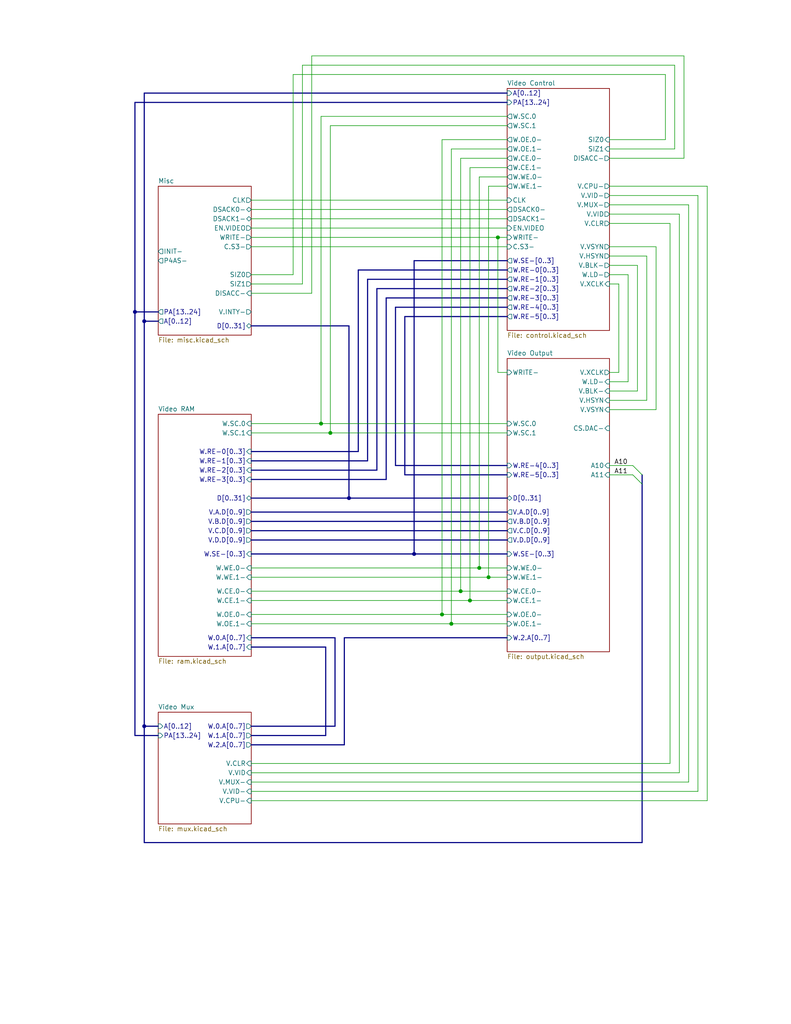
<source format=kicad_sch>
(kicad_sch
	(version 20250114)
	(generator "eeschema")
	(generator_version "9.0")
	(uuid "7c2b6a13-c303-4adb-8eed-6e6a9ac5307e")
	(paper "USLetter" portrait)
	(lib_symbols)
	(junction
		(at 128.27 163.83)
		(diameter 0)
		(color 0 0 0 0)
		(uuid "1db20e85-8e35-4c9f-94d0-8524dc8e3a10")
	)
	(junction
		(at 36.83 85.09)
		(diameter 0)
		(color 0 0 0 0)
		(uuid "35db468b-5359-4e02-ac9f-fbc74f5bd1f8")
	)
	(junction
		(at 39.37 87.63)
		(diameter 0)
		(color 0 0 0 0)
		(uuid "3b03a3e9-d487-4c75-91d9-604974b91a09")
	)
	(junction
		(at 123.19 170.18)
		(diameter 0)
		(color 0 0 0 0)
		(uuid "43d3fa30-e12f-41e7-85e7-26bed595b9f0")
	)
	(junction
		(at 125.73 161.29)
		(diameter 0)
		(color 0 0 0 0)
		(uuid "4a737a43-00d3-4c11-af42-02be8bee45a9")
	)
	(junction
		(at 39.37 198.12)
		(diameter 0)
		(color 0 0 0 0)
		(uuid "649e171c-299e-4944-b729-679636a041f8")
	)
	(junction
		(at 120.65 167.64)
		(diameter 0)
		(color 0 0 0 0)
		(uuid "73a0cd03-1c74-402d-85f0-ea89dfd76bde")
	)
	(junction
		(at 133.35 157.48)
		(diameter 0)
		(color 0 0 0 0)
		(uuid "777266da-00b3-4db2-9163-e89e13d0fe9d")
	)
	(junction
		(at 130.81 154.94)
		(diameter 0)
		(color 0 0 0 0)
		(uuid "9738eeac-8567-4e3e-b74e-610c25019dd3")
	)
	(junction
		(at 87.63 115.57)
		(diameter 0)
		(color 0 0 0 0)
		(uuid "c6eb3523-f8a4-48fe-9e69-61e7c48c2511")
	)
	(junction
		(at 90.17 118.11)
		(diameter 0)
		(color 0 0 0 0)
		(uuid "d50235d9-72d0-405d-8235-4c6b0eabacfa")
	)
	(junction
		(at 135.89 64.77)
		(diameter 0)
		(color 0 0 0 0)
		(uuid "d6620836-8cb7-442e-9be3-34bcb51f66e6")
	)
	(junction
		(at 95.25 135.89)
		(diameter 0)
		(color 0 0 0 0)
		(uuid "e605bff5-c0ba-49de-9958-11be80c88b7e")
	)
	(junction
		(at 113.03 151.13)
		(diameter 0)
		(color 0 0 0 0)
		(uuid "fa2d9265-6c0b-4fb1-b3f8-defe440b05e1")
	)
	(bus_entry
		(at 172.72 127)
		(size 2.54 2.54)
		(stroke
			(width 0)
			(type default)
		)
		(uuid "6900dfb4-ab1b-4c89-874c-dc6bb889948f")
	)
	(bus_entry
		(at 172.72 129.54)
		(size 2.54 2.54)
		(stroke
			(width 0)
			(type default)
		)
		(uuid "8cbebd82-7a54-4c10-bc95-c4f22f8a6273")
	)
	(wire
		(pts
			(xy 90.17 34.29) (xy 90.17 118.11)
		)
		(stroke
			(width 0)
			(type default)
		)
		(uuid "0410fc9a-db80-4c86-b6a5-9e46a81e5c4d")
	)
	(wire
		(pts
			(xy 166.37 104.14) (xy 171.45 104.14)
		)
		(stroke
			(width 0)
			(type default)
		)
		(uuid "0651ceba-8c6a-4918-8914-6d4f058c377f")
	)
	(wire
		(pts
			(xy 184.15 17.78) (xy 184.15 40.64)
		)
		(stroke
			(width 0)
			(type default)
		)
		(uuid "06e13484-6074-4e24-99f0-ac143ef73c07")
	)
	(wire
		(pts
			(xy 128.27 45.72) (xy 128.27 163.83)
		)
		(stroke
			(width 0)
			(type default)
		)
		(uuid "09ef57ec-43de-4310-b4eb-b78e873dffbd")
	)
	(wire
		(pts
			(xy 166.37 74.93) (xy 171.45 74.93)
		)
		(stroke
			(width 0)
			(type default)
		)
		(uuid "0cf74353-7814-4401-a996-88ae63a1ea65")
	)
	(wire
		(pts
			(xy 176.53 109.22) (xy 166.37 109.22)
		)
		(stroke
			(width 0)
			(type default)
		)
		(uuid "0eea9d21-0585-4960-84e1-823f74d112c1")
	)
	(wire
		(pts
			(xy 166.37 101.6) (xy 168.91 101.6)
		)
		(stroke
			(width 0)
			(type default)
		)
		(uuid "0fc3edef-aee6-48fb-8bf6-a900978377a6")
	)
	(wire
		(pts
			(xy 187.96 213.36) (xy 68.58 213.36)
		)
		(stroke
			(width 0)
			(type default)
		)
		(uuid "10b7489b-1d0d-40e2-bf2d-78ef3fa3f9c1")
	)
	(bus
		(pts
			(xy 39.37 87.63) (xy 39.37 198.12)
		)
		(stroke
			(width 0)
			(type default)
		)
		(uuid "17f103e8-79dd-437a-88d1-7a0a36ff9db6")
	)
	(wire
		(pts
			(xy 125.73 43.18) (xy 125.73 161.29)
		)
		(stroke
			(width 0)
			(type default)
		)
		(uuid "1cfa6d55-b1b8-471a-9e3b-a35babe41b50")
	)
	(bus
		(pts
			(xy 138.43 76.2) (xy 100.33 76.2)
		)
		(stroke
			(width 0)
			(type default)
		)
		(uuid "1e5623b9-0ca1-482a-8635-8d3f13f61bd9")
	)
	(bus
		(pts
			(xy 39.37 25.4) (xy 39.37 87.63)
		)
		(stroke
			(width 0)
			(type default)
		)
		(uuid "1f1add34-ebd5-4139-bc96-d233c316a8d5")
	)
	(wire
		(pts
			(xy 193.04 50.8) (xy 193.04 218.44)
		)
		(stroke
			(width 0)
			(type default)
		)
		(uuid "1fedf3bd-429d-4363-a609-fc2945b86b12")
	)
	(bus
		(pts
			(xy 93.98 173.99) (xy 138.43 173.99)
		)
		(stroke
			(width 0)
			(type default)
		)
		(uuid "20c92ce2-942e-4e48-af84-f99bc517fd01")
	)
	(wire
		(pts
			(xy 123.19 170.18) (xy 138.43 170.18)
		)
		(stroke
			(width 0)
			(type default)
		)
		(uuid "2228c66a-778a-4e16-b965-3a32dc012a0f")
	)
	(wire
		(pts
			(xy 181.61 20.32) (xy 181.61 38.1)
		)
		(stroke
			(width 0)
			(type default)
		)
		(uuid "25f41c17-17d2-4b1d-b892-6c0a152675a2")
	)
	(wire
		(pts
			(xy 128.27 163.83) (xy 138.43 163.83)
		)
		(stroke
			(width 0)
			(type default)
		)
		(uuid "263ec22b-26c8-4eaf-b6f9-a2cb5b3e3bb1")
	)
	(bus
		(pts
			(xy 88.9 200.66) (xy 88.9 176.53)
		)
		(stroke
			(width 0)
			(type default)
		)
		(uuid "26dfd87b-a532-4292-b175-32e36c402cba")
	)
	(bus
		(pts
			(xy 39.37 198.12) (xy 43.18 198.12)
		)
		(stroke
			(width 0)
			(type default)
		)
		(uuid "274e143b-c4f4-4b98-8cc3-bc4ff5e8644f")
	)
	(wire
		(pts
			(xy 166.37 43.18) (xy 186.69 43.18)
		)
		(stroke
			(width 0)
			(type default)
		)
		(uuid "2b0a91a6-7e7e-44a2-b224-6b9a294cd0ad")
	)
	(bus
		(pts
			(xy 68.58 135.89) (xy 95.25 135.89)
		)
		(stroke
			(width 0)
			(type default)
		)
		(uuid "2b8eac3b-bd47-476d-b768-f89ce284656c")
	)
	(wire
		(pts
			(xy 168.91 77.47) (xy 168.91 101.6)
		)
		(stroke
			(width 0)
			(type default)
		)
		(uuid "2b931adb-f431-4cee-a475-571c98fd88f5")
	)
	(wire
		(pts
			(xy 68.58 163.83) (xy 128.27 163.83)
		)
		(stroke
			(width 0)
			(type default)
		)
		(uuid "2bcd4f3e-9c89-40ac-8ed5-d883a47c1257")
	)
	(bus
		(pts
			(xy 107.95 83.82) (xy 107.95 127)
		)
		(stroke
			(width 0)
			(type default)
		)
		(uuid "2cc1d1b1-0bf9-4a58-8dac-3ba50ec1598c")
	)
	(bus
		(pts
			(xy 68.58 88.9) (xy 95.25 88.9)
		)
		(stroke
			(width 0)
			(type default)
		)
		(uuid "2dc90d4e-6837-497c-8a22-2982cdf7ecf2")
	)
	(wire
		(pts
			(xy 133.35 157.48) (xy 138.43 157.48)
		)
		(stroke
			(width 0)
			(type default)
		)
		(uuid "330720f0-6bc1-48e4-aebc-7045ef67fec9")
	)
	(wire
		(pts
			(xy 166.37 40.64) (xy 184.15 40.64)
		)
		(stroke
			(width 0)
			(type default)
		)
		(uuid "3366e6c6-e64d-42f9-9b3f-7275c95d37b7")
	)
	(bus
		(pts
			(xy 110.49 129.54) (xy 138.43 129.54)
		)
		(stroke
			(width 0)
			(type default)
		)
		(uuid "3877bc72-4883-4db3-ac3a-443a383a727c")
	)
	(wire
		(pts
			(xy 176.53 69.85) (xy 176.53 109.22)
		)
		(stroke
			(width 0)
			(type default)
		)
		(uuid "39770537-94cf-41db-a468-9c8d91864702")
	)
	(wire
		(pts
			(xy 87.63 31.75) (xy 87.63 115.57)
		)
		(stroke
			(width 0)
			(type default)
		)
		(uuid "3a8044fc-adb5-4760-9f30-ada0cd043922")
	)
	(wire
		(pts
			(xy 166.37 72.39) (xy 173.99 72.39)
		)
		(stroke
			(width 0)
			(type default)
		)
		(uuid "3e5b56c7-4520-49f5-9ec8-9e528737fd9b")
	)
	(bus
		(pts
			(xy 88.9 176.53) (xy 68.58 176.53)
		)
		(stroke
			(width 0)
			(type default)
		)
		(uuid "3f16f673-99b3-46c5-ab59-41a938678d37")
	)
	(bus
		(pts
			(xy 36.83 85.09) (xy 43.18 85.09)
		)
		(stroke
			(width 0)
			(type default)
		)
		(uuid "41810367-1bc5-41a2-b521-13ef4515fe82")
	)
	(wire
		(pts
			(xy 80.01 74.93) (xy 80.01 20.32)
		)
		(stroke
			(width 0)
			(type default)
		)
		(uuid "452d0fcd-1ca0-490f-8151-36a47f9020d0")
	)
	(bus
		(pts
			(xy 138.43 81.28) (xy 105.41 81.28)
		)
		(stroke
			(width 0)
			(type default)
		)
		(uuid "4600f1c8-764c-4175-9b55-fcba9b1c7a8f")
	)
	(bus
		(pts
			(xy 36.83 27.94) (xy 36.83 85.09)
		)
		(stroke
			(width 0)
			(type default)
		)
		(uuid "463b3993-1686-4e5f-b679-1b650f213a3d")
	)
	(bus
		(pts
			(xy 95.25 88.9) (xy 95.25 135.89)
		)
		(stroke
			(width 0)
			(type default)
		)
		(uuid "49fa6693-46e8-4057-9cca-a6472310b47d")
	)
	(bus
		(pts
			(xy 105.41 130.81) (xy 68.58 130.81)
		)
		(stroke
			(width 0)
			(type default)
		)
		(uuid "4a3f557a-d505-4fae-ac2b-a380b2954e45")
	)
	(bus
		(pts
			(xy 113.03 71.12) (xy 113.03 151.13)
		)
		(stroke
			(width 0)
			(type default)
		)
		(uuid "4be784a9-8d5d-403d-b976-d374a988cd99")
	)
	(wire
		(pts
			(xy 187.96 55.88) (xy 187.96 213.36)
		)
		(stroke
			(width 0)
			(type default)
		)
		(uuid "4d0e7eb6-7fc3-4a5c-9e8a-f333f50dc339")
	)
	(wire
		(pts
			(xy 68.58 59.69) (xy 138.43 59.69)
		)
		(stroke
			(width 0)
			(type default)
		)
		(uuid "51163f30-8952-42dc-afbe-32cd23672d57")
	)
	(bus
		(pts
			(xy 68.58 144.78) (xy 138.43 144.78)
		)
		(stroke
			(width 0)
			(type default)
		)
		(uuid "522572ee-895c-4fcb-82fd-0d28ee179804")
	)
	(wire
		(pts
			(xy 123.19 40.64) (xy 123.19 170.18)
		)
		(stroke
			(width 0)
			(type default)
		)
		(uuid "528786ff-c426-405c-8efc-6aeb992f34d9")
	)
	(bus
		(pts
			(xy 39.37 229.87) (xy 39.37 198.12)
		)
		(stroke
			(width 0)
			(type default)
		)
		(uuid "52a898b5-1e62-4603-a2f7-43def4e1bec9")
	)
	(wire
		(pts
			(xy 166.37 69.85) (xy 176.53 69.85)
		)
		(stroke
			(width 0)
			(type default)
		)
		(uuid "54aa7cc5-e150-4308-82d2-65db1f81fa93")
	)
	(wire
		(pts
			(xy 85.09 15.24) (xy 186.69 15.24)
		)
		(stroke
			(width 0)
			(type default)
		)
		(uuid "555b6df5-810a-4a2f-b17d-2b84a12f5066")
	)
	(wire
		(pts
			(xy 130.81 154.94) (xy 138.43 154.94)
		)
		(stroke
			(width 0)
			(type default)
		)
		(uuid "5608c102-2648-4a5c-b11e-99394a15f823")
	)
	(bus
		(pts
			(xy 68.58 203.2) (xy 93.98 203.2)
		)
		(stroke
			(width 0)
			(type default)
		)
		(uuid "560e4220-4467-4fcd-9a60-70da5d62e3b8")
	)
	(wire
		(pts
			(xy 138.43 48.26) (xy 130.81 48.26)
		)
		(stroke
			(width 0)
			(type default)
		)
		(uuid "599d154f-ca40-42de-9b00-4e4968748905")
	)
	(wire
		(pts
			(xy 85.09 80.01) (xy 85.09 15.24)
		)
		(stroke
			(width 0)
			(type default)
		)
		(uuid "5c4a0c03-0f80-4307-99c3-60613115674d")
	)
	(bus
		(pts
			(xy 97.79 73.66) (xy 97.79 123.19)
		)
		(stroke
			(width 0)
			(type default)
		)
		(uuid "5cac0de0-eacb-4dba-9184-1610c2a203ca")
	)
	(bus
		(pts
			(xy 110.49 86.36) (xy 110.49 129.54)
		)
		(stroke
			(width 0)
			(type default)
		)
		(uuid "5e29880e-0c6c-4f2d-af7d-7d3b253577f5")
	)
	(wire
		(pts
			(xy 166.37 55.88) (xy 187.96 55.88)
		)
		(stroke
			(width 0)
			(type default)
		)
		(uuid "5ed46d71-ebca-47c2-8b1e-a04f4a0d9301")
	)
	(wire
		(pts
			(xy 82.55 17.78) (xy 184.15 17.78)
		)
		(stroke
			(width 0)
			(type default)
		)
		(uuid "5f4fe28d-d630-4469-aad8-40e474ca67e4")
	)
	(wire
		(pts
			(xy 166.37 106.68) (xy 173.99 106.68)
		)
		(stroke
			(width 0)
			(type default)
		)
		(uuid "606d15a4-a465-4ef6-bc03-28b1cdd0b4e2")
	)
	(wire
		(pts
			(xy 90.17 118.11) (xy 138.43 118.11)
		)
		(stroke
			(width 0)
			(type default)
		)
		(uuid "60cc2aef-1e9b-41d9-a884-b1e8e00daec5")
	)
	(wire
		(pts
			(xy 80.01 20.32) (xy 181.61 20.32)
		)
		(stroke
			(width 0)
			(type default)
		)
		(uuid "61d689d2-4b07-453d-8f5b-3093937fcf3b")
	)
	(bus
		(pts
			(xy 138.43 83.82) (xy 107.95 83.82)
		)
		(stroke
			(width 0)
			(type default)
		)
		(uuid "6342a04e-5c50-4f6d-be66-ea8765f175be")
	)
	(bus
		(pts
			(xy 93.98 203.2) (xy 93.98 173.99)
		)
		(stroke
			(width 0)
			(type default)
		)
		(uuid "63bd7b1f-c87f-4f0e-ade2-d1fc57b52af5")
	)
	(bus
		(pts
			(xy 138.43 71.12) (xy 113.03 71.12)
		)
		(stroke
			(width 0)
			(type default)
		)
		(uuid "6d5645c7-35f6-48af-b375-0ee7cceac695")
	)
	(wire
		(pts
			(xy 179.07 67.31) (xy 179.07 111.76)
		)
		(stroke
			(width 0)
			(type default)
		)
		(uuid "7730f6b3-f7d5-498b-8d4b-351b35383d83")
	)
	(wire
		(pts
			(xy 166.37 129.54) (xy 172.72 129.54)
		)
		(stroke
			(width 0)
			(type default)
		)
		(uuid "77d6dbd4-6b95-4e7a-92ca-35a55422395f")
	)
	(bus
		(pts
			(xy 102.87 128.27) (xy 68.58 128.27)
		)
		(stroke
			(width 0)
			(type default)
		)
		(uuid "77dd2285-f818-41a0-97f6-ec5f1e26e741")
	)
	(wire
		(pts
			(xy 138.43 50.8) (xy 133.35 50.8)
		)
		(stroke
			(width 0)
			(type default)
		)
		(uuid "79c9c192-2540-404d-8b26-bd9a82e9f9f7")
	)
	(bus
		(pts
			(xy 175.26 129.54) (xy 175.26 132.08)
		)
		(stroke
			(width 0)
			(type default)
		)
		(uuid "7bb77994-c175-4989-8f77-b45298457c2b")
	)
	(wire
		(pts
			(xy 90.17 118.11) (xy 68.58 118.11)
		)
		(stroke
			(width 0)
			(type default)
		)
		(uuid "7d8507ef-9c46-4733-a70d-edc2e360d311")
	)
	(wire
		(pts
			(xy 166.37 38.1) (xy 181.61 38.1)
		)
		(stroke
			(width 0)
			(type default)
		)
		(uuid "7d87855a-03d9-4588-bf73-ca4deed5ec11")
	)
	(wire
		(pts
			(xy 68.58 170.18) (xy 123.19 170.18)
		)
		(stroke
			(width 0)
			(type default)
		)
		(uuid "7e2964e9-00d7-46e1-86b9-c22d6936dffb")
	)
	(wire
		(pts
			(xy 68.58 67.31) (xy 138.43 67.31)
		)
		(stroke
			(width 0)
			(type default)
		)
		(uuid "7f3d93fa-5be6-48d4-859b-ba191070823e")
	)
	(bus
		(pts
			(xy 102.87 78.74) (xy 102.87 128.27)
		)
		(stroke
			(width 0)
			(type default)
		)
		(uuid "824be260-2e96-401e-b502-8a3f10270c04")
	)
	(wire
		(pts
			(xy 68.58 161.29) (xy 125.73 161.29)
		)
		(stroke
			(width 0)
			(type default)
		)
		(uuid "84395982-8ff0-45e3-88a4-6dd72ebd7b0d")
	)
	(wire
		(pts
			(xy 68.58 157.48) (xy 133.35 157.48)
		)
		(stroke
			(width 0)
			(type default)
		)
		(uuid "86b16111-247d-4c65-b30c-b2778a6f6b19")
	)
	(bus
		(pts
			(xy 68.58 198.12) (xy 91.44 198.12)
		)
		(stroke
			(width 0)
			(type default)
		)
		(uuid "86e449ab-a06f-4791-bfd8-e270c8122ea2")
	)
	(wire
		(pts
			(xy 68.58 74.93) (xy 80.01 74.93)
		)
		(stroke
			(width 0)
			(type default)
		)
		(uuid "89129234-75f2-45e7-8f16-a2cd0b849857")
	)
	(wire
		(pts
			(xy 68.58 167.64) (xy 120.65 167.64)
		)
		(stroke
			(width 0)
			(type default)
		)
		(uuid "8fc9622c-83e1-4bf9-b9c4-3e7d78014a16")
	)
	(wire
		(pts
			(xy 138.43 40.64) (xy 123.19 40.64)
		)
		(stroke
			(width 0)
			(type default)
		)
		(uuid "9202bc36-d5ec-4f4b-84e2-d68c57b88c2d")
	)
	(bus
		(pts
			(xy 97.79 123.19) (xy 68.58 123.19)
		)
		(stroke
			(width 0)
			(type default)
		)
		(uuid "922ab404-af99-408f-b6e5-77da54fbc06b")
	)
	(bus
		(pts
			(xy 100.33 76.2) (xy 100.33 125.73)
		)
		(stroke
			(width 0)
			(type default)
		)
		(uuid "929ab19c-e184-4d5d-8f32-4355058f1caf")
	)
	(bus
		(pts
			(xy 43.18 87.63) (xy 39.37 87.63)
		)
		(stroke
			(width 0)
			(type default)
		)
		(uuid "93eadd3c-33ab-4a6c-8e6c-629710a4e123")
	)
	(wire
		(pts
			(xy 135.89 64.77) (xy 135.89 101.6)
		)
		(stroke
			(width 0)
			(type default)
		)
		(uuid "93fd51b8-b68f-436d-b443-f6d14486e5d5")
	)
	(wire
		(pts
			(xy 138.43 38.1) (xy 120.65 38.1)
		)
		(stroke
			(width 0)
			(type default)
		)
		(uuid "95921ca2-9fe0-4db0-b993-93c5aa029918")
	)
	(wire
		(pts
			(xy 68.58 80.01) (xy 85.09 80.01)
		)
		(stroke
			(width 0)
			(type default)
		)
		(uuid "95c103d8-40a2-42c0-bcad-d2ada88ad8c2")
	)
	(wire
		(pts
			(xy 133.35 50.8) (xy 133.35 157.48)
		)
		(stroke
			(width 0)
			(type default)
		)
		(uuid "966a311c-de0c-49be-ba70-95586b917779")
	)
	(wire
		(pts
			(xy 120.65 167.64) (xy 138.43 167.64)
		)
		(stroke
			(width 0)
			(type default)
		)
		(uuid "979f559c-9696-43fe-a89e-c35a380f9d7d")
	)
	(bus
		(pts
			(xy 91.44 198.12) (xy 91.44 173.99)
		)
		(stroke
			(width 0)
			(type default)
		)
		(uuid "99d29047-07ef-4aee-8ad7-24d6b482e28f")
	)
	(bus
		(pts
			(xy 175.26 229.87) (xy 39.37 229.87)
		)
		(stroke
			(width 0)
			(type default)
		)
		(uuid "9aad21d4-ae4e-4e4e-8a39-c4af0dc1d40e")
	)
	(bus
		(pts
			(xy 175.26 132.08) (xy 175.26 229.87)
		)
		(stroke
			(width 0)
			(type default)
		)
		(uuid "a0a14862-7dac-4c8c-b5bd-3dbd638dba74")
	)
	(bus
		(pts
			(xy 105.41 81.28) (xy 105.41 130.81)
		)
		(stroke
			(width 0)
			(type default)
		)
		(uuid "a3754920-c7fe-4f95-85e1-a859cd5f2fc1")
	)
	(wire
		(pts
			(xy 182.88 60.96) (xy 182.88 208.28)
		)
		(stroke
			(width 0)
			(type default)
		)
		(uuid "a38107ba-6b83-42bb-b8a7-295d92308b03")
	)
	(bus
		(pts
			(xy 138.43 25.4) (xy 39.37 25.4)
		)
		(stroke
			(width 0)
			(type default)
		)
		(uuid "a5aeaa59-6b29-4e93-8892-01eb027daf72")
	)
	(wire
		(pts
			(xy 193.04 50.8) (xy 166.37 50.8)
		)
		(stroke
			(width 0)
			(type default)
		)
		(uuid "a778d90d-e5d9-447f-acec-15c2a7bf98ef")
	)
	(bus
		(pts
			(xy 91.44 173.99) (xy 68.58 173.99)
		)
		(stroke
			(width 0)
			(type default)
		)
		(uuid "abaa5489-ca0c-4a6e-905a-cde24d013384")
	)
	(wire
		(pts
			(xy 68.58 154.94) (xy 130.81 154.94)
		)
		(stroke
			(width 0)
			(type default)
		)
		(uuid "acb5ce81-8e7d-424d-86dc-8304494bbedc")
	)
	(wire
		(pts
			(xy 166.37 60.96) (xy 182.88 60.96)
		)
		(stroke
			(width 0)
			(type default)
		)
		(uuid "acd78416-88a9-4ffd-aa23-f88447d74bb2")
	)
	(wire
		(pts
			(xy 68.58 54.61) (xy 138.43 54.61)
		)
		(stroke
			(width 0)
			(type default)
		)
		(uuid "addaf266-555a-4c64-a9fd-fa4d1fe39d15")
	)
	(bus
		(pts
			(xy 95.25 135.89) (xy 138.43 135.89)
		)
		(stroke
			(width 0)
			(type default)
		)
		(uuid "ae6037b0-4fc1-46cf-b755-477e018c6973")
	)
	(wire
		(pts
			(xy 166.37 77.47) (xy 168.91 77.47)
		)
		(stroke
			(width 0)
			(type default)
		)
		(uuid "afa3a3d9-1d55-4993-b98e-0c69b905667d")
	)
	(bus
		(pts
			(xy 68.58 151.13) (xy 113.03 151.13)
		)
		(stroke
			(width 0)
			(type default)
		)
		(uuid "b14b64b2-cb49-49dd-a9e8-eb820761f115")
	)
	(wire
		(pts
			(xy 68.58 64.77) (xy 135.89 64.77)
		)
		(stroke
			(width 0)
			(type default)
		)
		(uuid "b7142222-2f77-4f70-b9b4-91340debeecd")
	)
	(wire
		(pts
			(xy 190.5 53.34) (xy 190.5 215.9)
		)
		(stroke
			(width 0)
			(type default)
		)
		(uuid "b7e2a6fb-86d4-41c2-a76f-7bf5e3a80f11")
	)
	(wire
		(pts
			(xy 186.69 15.24) (xy 186.69 43.18)
		)
		(stroke
			(width 0)
			(type default)
		)
		(uuid "bbd84263-e59e-4c1e-94bc-d90c9a607087")
	)
	(wire
		(pts
			(xy 138.43 34.29) (xy 90.17 34.29)
		)
		(stroke
			(width 0)
			(type default)
		)
		(uuid "bcb85b6b-f851-4cdc-8df0-7491910c519c")
	)
	(bus
		(pts
			(xy 68.58 200.66) (xy 88.9 200.66)
		)
		(stroke
			(width 0)
			(type default)
		)
		(uuid "be8097d9-a22b-4e69-a76f-3fc8140b8e0f")
	)
	(wire
		(pts
			(xy 87.63 115.57) (xy 68.58 115.57)
		)
		(stroke
			(width 0)
			(type default)
		)
		(uuid "bed46b61-9087-411a-a4e2-87ffa7b6059e")
	)
	(wire
		(pts
			(xy 185.42 210.82) (xy 68.58 210.82)
		)
		(stroke
			(width 0)
			(type default)
		)
		(uuid "bfc2d5ca-b6f4-4903-8260-88054fc319cd")
	)
	(wire
		(pts
			(xy 68.58 218.44) (xy 193.04 218.44)
		)
		(stroke
			(width 0)
			(type default)
		)
		(uuid "c19b7353-895e-4623-a6f0-009d1e9cd575")
	)
	(wire
		(pts
			(xy 87.63 115.57) (xy 138.43 115.57)
		)
		(stroke
			(width 0)
			(type default)
		)
		(uuid "c42d4c9f-98b8-4c4c-af70-027e396d9dbb")
	)
	(bus
		(pts
			(xy 68.58 147.32) (xy 138.43 147.32)
		)
		(stroke
			(width 0)
			(type default)
		)
		(uuid "c6245eb0-1633-4130-96fd-17602eacfd58")
	)
	(wire
		(pts
			(xy 120.65 38.1) (xy 120.65 167.64)
		)
		(stroke
			(width 0)
			(type default)
		)
		(uuid "c6b19cb8-0349-4264-b71e-99a0a63276a0")
	)
	(bus
		(pts
			(xy 100.33 125.73) (xy 68.58 125.73)
		)
		(stroke
			(width 0)
			(type default)
		)
		(uuid "c7ae45ce-1379-44f7-bd78-7b3bfd7da1bb")
	)
	(bus
		(pts
			(xy 107.95 127) (xy 138.43 127)
		)
		(stroke
			(width 0)
			(type default)
		)
		(uuid "c88cfe29-73fe-457c-a22f-cbaf54e4abcf")
	)
	(wire
		(pts
			(xy 171.45 74.93) (xy 171.45 104.14)
		)
		(stroke
			(width 0)
			(type default)
		)
		(uuid "cbf76e82-fe91-4f3b-8ffb-d07ee7f3e755")
	)
	(bus
		(pts
			(xy 68.58 142.24) (xy 138.43 142.24)
		)
		(stroke
			(width 0)
			(type default)
		)
		(uuid "cd07993a-fb35-4903-bab2-67795c004a4b")
	)
	(bus
		(pts
			(xy 138.43 73.66) (xy 97.79 73.66)
		)
		(stroke
			(width 0)
			(type default)
		)
		(uuid "cf984c00-671d-42e0-a840-5c03ab0e4979")
	)
	(wire
		(pts
			(xy 173.99 72.39) (xy 173.99 106.68)
		)
		(stroke
			(width 0)
			(type default)
		)
		(uuid "d014db2f-6404-47c9-9e68-f1e737991b67")
	)
	(bus
		(pts
			(xy 36.83 200.66) (xy 36.83 85.09)
		)
		(stroke
			(width 0)
			(type default)
		)
		(uuid "d067d57b-14a4-45ca-a962-76ea28067610")
	)
	(wire
		(pts
			(xy 166.37 127) (xy 172.72 127)
		)
		(stroke
			(width 0)
			(type default)
		)
		(uuid "d2803859-28b4-4136-911e-2895916bef5a")
	)
	(bus
		(pts
			(xy 113.03 151.13) (xy 138.43 151.13)
		)
		(stroke
			(width 0)
			(type default)
		)
		(uuid "d317d979-afcb-4e8d-9eca-b8c6a25ef79d")
	)
	(wire
		(pts
			(xy 135.89 64.77) (xy 138.43 64.77)
		)
		(stroke
			(width 0)
			(type default)
		)
		(uuid "d7e4471c-2405-4358-9e8d-5462d37ea0c5")
	)
	(bus
		(pts
			(xy 43.18 200.66) (xy 36.83 200.66)
		)
		(stroke
			(width 0)
			(type default)
		)
		(uuid "d9862c59-91b5-489f-8a12-c43dc711d8cb")
	)
	(wire
		(pts
			(xy 68.58 62.23) (xy 138.43 62.23)
		)
		(stroke
			(width 0)
			(type default)
		)
		(uuid "deae1c47-f456-4916-9188-4c95fc8a49e0")
	)
	(wire
		(pts
			(xy 125.73 161.29) (xy 138.43 161.29)
		)
		(stroke
			(width 0)
			(type default)
		)
		(uuid "e0070353-0140-4ccc-bb44-cb4d21fd354a")
	)
	(wire
		(pts
			(xy 166.37 58.42) (xy 185.42 58.42)
		)
		(stroke
			(width 0)
			(type default)
		)
		(uuid "e0a8080a-7d63-4666-9979-f80eec15857b")
	)
	(wire
		(pts
			(xy 68.58 57.15) (xy 138.43 57.15)
		)
		(stroke
			(width 0)
			(type default)
		)
		(uuid "e1400df1-799c-420a-afa5-6afc6a64ae3a")
	)
	(wire
		(pts
			(xy 166.37 67.31) (xy 179.07 67.31)
		)
		(stroke
			(width 0)
			(type default)
		)
		(uuid "e57d4370-c4a0-4986-9dca-7802d23f4435")
	)
	(wire
		(pts
			(xy 185.42 58.42) (xy 185.42 210.82)
		)
		(stroke
			(width 0)
			(type default)
		)
		(uuid "e8b64f64-0ca9-42a8-aefd-2b2260a6a23f")
	)
	(wire
		(pts
			(xy 130.81 48.26) (xy 130.81 154.94)
		)
		(stroke
			(width 0)
			(type default)
		)
		(uuid "e9e4fb35-b3ca-4638-82af-dece3d9caaaf")
	)
	(wire
		(pts
			(xy 166.37 53.34) (xy 190.5 53.34)
		)
		(stroke
			(width 0)
			(type default)
		)
		(uuid "ea18e62d-5579-43e2-a9d9-85658b0f6637")
	)
	(bus
		(pts
			(xy 138.43 27.94) (xy 36.83 27.94)
		)
		(stroke
			(width 0)
			(type default)
		)
		(uuid "eafd5f99-0972-458c-81f4-d11017cd24e8")
	)
	(wire
		(pts
			(xy 138.43 45.72) (xy 128.27 45.72)
		)
		(stroke
			(width 0)
			(type default)
		)
		(uuid "ec0cc273-878a-4d57-bb46-056d897af5be")
	)
	(wire
		(pts
			(xy 82.55 77.47) (xy 82.55 17.78)
		)
		(stroke
			(width 0)
			(type default)
		)
		(uuid "ee84077c-2696-410b-9f43-042ff21877af")
	)
	(wire
		(pts
			(xy 135.89 101.6) (xy 138.43 101.6)
		)
		(stroke
			(width 0)
			(type default)
		)
		(uuid "f174600e-9923-44a7-8522-506756791ba5")
	)
	(wire
		(pts
			(xy 182.88 208.28) (xy 68.58 208.28)
		)
		(stroke
			(width 0)
			(type default)
		)
		(uuid "f2c0e390-1d26-472a-a633-e146a5d6c488")
	)
	(bus
		(pts
			(xy 138.43 86.36) (xy 110.49 86.36)
		)
		(stroke
			(width 0)
			(type default)
		)
		(uuid "f37829d2-e11c-4961-915f-e113608f08d2")
	)
	(wire
		(pts
			(xy 138.43 31.75) (xy 87.63 31.75)
		)
		(stroke
			(width 0)
			(type default)
		)
		(uuid "f4991c4c-11bc-419d-ba0f-d272e0d2d102")
	)
	(wire
		(pts
			(xy 138.43 43.18) (xy 125.73 43.18)
		)
		(stroke
			(width 0)
			(type default)
		)
		(uuid "f5cc7545-d218-411e-9957-5b4efd0db0c8")
	)
	(wire
		(pts
			(xy 190.5 215.9) (xy 68.58 215.9)
		)
		(stroke
			(width 0)
			(type default)
		)
		(uuid "f8b830b0-aa76-4a17-b9f6-7cc2228ba40a")
	)
	(bus
		(pts
			(xy 138.43 78.74) (xy 102.87 78.74)
		)
		(stroke
			(width 0)
			(type default)
		)
		(uuid "f8ea28ad-cdcc-46de-a54f-dc8727015015")
	)
	(wire
		(pts
			(xy 179.07 111.76) (xy 166.37 111.76)
		)
		(stroke
			(width 0)
			(type default)
		)
		(uuid "fa7178c3-ae78-4e28-9697-4576c3c4693c")
	)
	(bus
		(pts
			(xy 68.58 139.7) (xy 138.43 139.7)
		)
		(stroke
			(width 0)
			(type default)
		)
		(uuid "fab2dd75-ed74-4491-977f-2883b913ff00")
	)
	(wire
		(pts
			(xy 68.58 77.47) (xy 82.55 77.47)
		)
		(stroke
			(width 0)
			(type default)
		)
		(uuid "fd0abb6c-aada-4626-976a-d8843e5e7159")
	)
	(label "A10"
		(at 167.64 127 0)
		(effects
			(font
				(size 1.27 1.27)
			)
			(justify left bottom)
		)
		(uuid "64326eb4-7621-49b3-acc5-ecd45dcdea17")
	)
	(label "A11"
		(at 167.64 129.54 0)
		(effects
			(font
				(size 1.27 1.27)
			)
			(justify left bottom)
		)
		(uuid "996d0b0b-8ffd-46ad-8de1-fbe74374d00d")
	)
	(sheet
		(at 138.43 24.13)
		(size 27.94 66.04)
		(exclude_from_sim no)
		(in_bom yes)
		(on_board yes)
		(dnp no)
		(fields_autoplaced yes)
		(stroke
			(width 0.1524)
			(type solid)
		)
		(fill
			(color 0 0 0 0.0000)
		)
		(uuid "15921a63-59ee-470b-ba0e-36a85e35c802")
		(property "Sheetname" "Video Control"
			(at 138.43 23.4184 0)
			(effects
				(font
					(size 1.27 1.27)
				)
				(justify left bottom)
			)
		)
		(property "Sheetfile" "control.kicad_sch"
			(at 138.43 90.7546 0)
			(effects
				(font
					(size 1.27 1.27)
				)
				(justify left top)
			)
		)
		(pin "W.RE-0[0..3]" output
			(at 138.43 73.66 180)
			(uuid "6b3e4eb7-bdf2-498f-a3c2-8ab719d1f0b7")
			(effects
				(font
					(size 1.27 1.27)
				)
				(justify left)
			)
		)
		(pin "W.RE-1[0..3]" output
			(at 138.43 76.2 180)
			(uuid "b09e6c06-8fa3-4b94-90a5-032350013228")
			(effects
				(font
					(size 1.27 1.27)
				)
				(justify left)
			)
		)
		(pin "W.RE-2[0..3]" output
			(at 138.43 78.74 180)
			(uuid "0cb8b447-73b2-40b8-918d-0833d84462c7")
			(effects
				(font
					(size 1.27 1.27)
				)
				(justify left)
			)
		)
		(pin "W.RE-3[0..3]" output
			(at 138.43 81.28 180)
			(uuid "37ea4659-a07a-48b2-9948-52fdb4f13abc")
			(effects
				(font
					(size 1.27 1.27)
				)
				(justify left)
			)
		)
		(pin "W.RE-4[0..3]" output
			(at 138.43 83.82 180)
			(uuid "a3df5798-8c89-4529-a6cc-d01bae8bb591")
			(effects
				(font
					(size 1.27 1.27)
				)
				(justify left)
			)
		)
		(pin "W.RE-5[0..3]" output
			(at 138.43 86.36 180)
			(uuid "7868bf8d-2c84-480e-9bfb-311a45e18215")
			(effects
				(font
					(size 1.27 1.27)
				)
				(justify left)
			)
		)
		(pin "CLK" input
			(at 138.43 54.61 180)
			(uuid "2e68c96e-3553-4b54-a6ce-a829114b9eb2")
			(effects
				(font
					(size 1.27 1.27)
				)
				(justify left)
			)
		)
		(pin "DSACK0-" output
			(at 138.43 57.15 180)
			(uuid "941e00bb-8520-4b62-be38-ae69cc7d6e33")
			(effects
				(font
					(size 1.27 1.27)
				)
				(justify left)
			)
		)
		(pin "DSACK1-" output
			(at 138.43 59.69 180)
			(uuid "efc90a6b-d1f1-4601-a4e5-f7419297379c")
			(effects
				(font
					(size 1.27 1.27)
				)
				(justify left)
			)
		)
		(pin "EN.VIDEO" input
			(at 138.43 62.23 180)
			(uuid "5cb7133c-b46c-4816-87e1-bd13ae0f580d")
			(effects
				(font
					(size 1.27 1.27)
				)
				(justify left)
			)
		)
		(pin "V.CLR" output
			(at 166.37 60.96 0)
			(uuid "1011553c-70ad-4287-8c97-1423c7d55ffe")
			(effects
				(font
					(size 1.27 1.27)
				)
				(justify right)
			)
		)
		(pin "V.CPU-" output
			(at 166.37 50.8 0)
			(uuid "cfb8943c-f0bb-41c2-a949-424d55bb1fb7")
			(effects
				(font
					(size 1.27 1.27)
				)
				(justify right)
			)
		)
		(pin "V.MUX-" output
			(at 166.37 55.88 0)
			(uuid "903f6766-1327-4335-9e19-5523008ce4ab")
			(effects
				(font
					(size 1.27 1.27)
				)
				(justify right)
			)
		)
		(pin "V.VID-" output
			(at 166.37 53.34 0)
			(uuid "953c9eba-a6d8-4d1c-af50-338f935e8107")
			(effects
				(font
					(size 1.27 1.27)
				)
				(justify right)
			)
		)
		(pin "V.XCLK" input
			(at 166.37 77.47 0)
			(uuid "2496ef94-ce60-4318-818d-543dd0ac6731")
			(effects
				(font
					(size 1.27 1.27)
				)
				(justify right)
			)
		)
		(pin "W.CE.0-" output
			(at 138.43 43.18 180)
			(uuid "c03af478-b873-4ef1-88e7-eb7088560f3e")
			(effects
				(font
					(size 1.27 1.27)
				)
				(justify left)
			)
		)
		(pin "W.CE.1-" output
			(at 138.43 45.72 180)
			(uuid "27162340-c976-415f-9372-9dd3b833786c")
			(effects
				(font
					(size 1.27 1.27)
				)
				(justify left)
			)
		)
		(pin "W.OE.0-" output
			(at 138.43 38.1 180)
			(uuid "71de2a94-0cfc-47d6-8a70-879e639eaf87")
			(effects
				(font
					(size 1.27 1.27)
				)
				(justify left)
			)
		)
		(pin "W.OE.1-" output
			(at 138.43 40.64 180)
			(uuid "fdb0298d-29dc-4173-a731-543a70704c91")
			(effects
				(font
					(size 1.27 1.27)
				)
				(justify left)
			)
		)
		(pin "W.WE.0-" output
			(at 138.43 48.26 180)
			(uuid "48581b05-e81a-4672-9e21-6054768fed21")
			(effects
				(font
					(size 1.27 1.27)
				)
				(justify left)
			)
		)
		(pin "W.WE.1-" output
			(at 138.43 50.8 180)
			(uuid "68a01a06-9085-4cb3-8e0e-551e8fdf0da6")
			(effects
				(font
					(size 1.27 1.27)
				)
				(justify left)
			)
		)
		(pin "WRITE-" input
			(at 138.43 64.77 180)
			(uuid "75d7e1b1-245d-4f48-b262-a594b0869393")
			(effects
				(font
					(size 1.27 1.27)
				)
				(justify left)
			)
		)
		(pin "V.VID" output
			(at 166.37 58.42 0)
			(uuid "e760b81f-20a0-4614-9116-8c75e32391af")
			(effects
				(font
					(size 1.27 1.27)
				)
				(justify right)
			)
		)
		(pin "DISACC-" output
			(at 166.37 43.18 0)
			(uuid "86b3ac3a-ec91-4c48-93ef-afdb63767d9e")
			(effects
				(font
					(size 1.27 1.27)
				)
				(justify right)
			)
		)
		(pin "SIZ0" input
			(at 166.37 38.1 0)
			(uuid "00d3037e-9f3c-4822-b306-d38dd6c8d1bd")
			(effects
				(font
					(size 1.27 1.27)
				)
				(justify right)
			)
		)
		(pin "SIZ1" input
			(at 166.37 40.64 0)
			(uuid "c55632d5-05ae-4afb-a2ec-230029f9e182")
			(effects
				(font
					(size 1.27 1.27)
				)
				(justify right)
			)
		)
		(pin "C.S3-" input
			(at 138.43 67.31 180)
			(uuid "3db62712-cecd-41c3-b41a-e285efc355e3")
			(effects
				(font
					(size 1.27 1.27)
				)
				(justify left)
			)
		)
		(pin "V.BLK-" output
			(at 166.37 72.39 0)
			(uuid "6ce790f5-1b21-4eba-b65a-e4861316e2e5")
			(effects
				(font
					(size 1.27 1.27)
				)
				(justify right)
			)
		)
		(pin "W.LD-" output
			(at 166.37 74.93 0)
			(uuid "0d29addb-bbcf-413d-bfc8-68ae5e22d711")
			(effects
				(font
					(size 1.27 1.27)
				)
				(justify right)
			)
		)
		(pin "W.SC.0" output
			(at 138.43 31.75 180)
			(uuid "4a5e8b9c-5076-4826-be15-d11e33ac165c")
			(effects
				(font
					(size 1.27 1.27)
				)
				(justify left)
			)
		)
		(pin "W.SC.1" output
			(at 138.43 34.29 180)
			(uuid "20f25d69-9fda-469a-adb5-fe309f5557dc")
			(effects
				(font
					(size 1.27 1.27)
				)
				(justify left)
			)
		)
		(pin "W.SE-[0..3]" output
			(at 138.43 71.12 180)
			(uuid "69cc138c-2ded-4b01-84c2-de8d90bdde67")
			(effects
				(font
					(size 1.27 1.27)
				)
				(justify left)
			)
		)
		(pin "V.HSYN" output
			(at 166.37 69.85 0)
			(uuid "e122e1fd-21ec-49ab-a270-9e6954c79160")
			(effects
				(font
					(size 1.27 1.27)
				)
				(justify right)
			)
		)
		(pin "V.VSYN" output
			(at 166.37 67.31 0)
			(uuid "e58d01f4-022e-46e0-83f5-da3c74be33fc")
			(effects
				(font
					(size 1.27 1.27)
				)
				(justify right)
			)
		)
		(pin "A[0..12]" input
			(at 138.43 25.4 180)
			(uuid "f7a97494-624c-46c4-9764-ce90ea0c49c4")
			(effects
				(font
					(size 1.27 1.27)
				)
				(justify left)
			)
		)
		(pin "PA[13..24]" input
			(at 138.43 27.94 180)
			(uuid "dbd749df-485b-4b1f-8709-e9d2c53b10fc")
			(effects
				(font
					(size 1.27 1.27)
				)
				(justify left)
			)
		)
		(instances
			(project "cg4"
				(path "/7c2b6a13-c303-4adb-8eed-6e6a9ac5307e"
					(page "2")
				)
			)
		)
	)
	(sheet
		(at 43.18 50.8)
		(size 25.4 40.64)
		(exclude_from_sim no)
		(in_bom yes)
		(on_board yes)
		(dnp no)
		(fields_autoplaced yes)
		(stroke
			(width 0.1524)
			(type solid)
		)
		(fill
			(color 0 0 0 0.0000)
		)
		(uuid "1e4cb93f-b1a2-43f5-bc06-3785820075fb")
		(property "Sheetname" "Misc"
			(at 43.18 50.0884 0)
			(effects
				(font
					(size 1.27 1.27)
				)
				(justify left bottom)
			)
		)
		(property "Sheetfile" "misc.kicad_sch"
			(at 43.18 92.0246 0)
			(effects
				(font
					(size 1.27 1.27)
				)
				(justify left top)
			)
		)
		(pin "D[0..31]" bidirectional
			(at 68.58 88.9 0)
			(uuid "a6557261-b601-430d-90b7-c2ded633b883")
			(effects
				(font
					(size 1.27 1.27)
				)
				(justify right)
			)
		)
		(pin "A[0..12]" output
			(at 43.18 87.63 180)
			(uuid "65271430-0f70-4dcb-a2cb-d3420462195e")
			(effects
				(font
					(size 1.27 1.27)
				)
				(justify left)
			)
		)
		(pin "C.S3-" output
			(at 68.58 67.31 0)
			(uuid "6306fc4d-7967-41e2-97da-9cff9255ae3d")
			(effects
				(font
					(size 1.27 1.27)
				)
				(justify right)
			)
		)
		(pin "CLK" output
			(at 68.58 54.61 0)
			(uuid "57dec5e6-f805-4082-b411-8576c7926217")
			(effects
				(font
					(size 1.27 1.27)
				)
				(justify right)
			)
		)
		(pin "EN.VIDEO" output
			(at 68.58 62.23 0)
			(uuid "715a293f-8eae-47fd-b4f1-be9c49319e7f")
			(effects
				(font
					(size 1.27 1.27)
				)
				(justify right)
			)
		)
		(pin "INIT-" output
			(at 43.18 68.58 180)
			(uuid "3ce0804c-2f18-454d-bdae-e06fbe7780cb")
			(effects
				(font
					(size 1.27 1.27)
				)
				(justify left)
			)
		)
		(pin "P4AS-" output
			(at 43.18 71.12 180)
			(uuid "44eb1eec-37fe-495e-84b8-34462743c1b7")
			(effects
				(font
					(size 1.27 1.27)
				)
				(justify left)
			)
		)
		(pin "PA[13..24]" output
			(at 43.18 85.09 180)
			(uuid "ae7c8d0a-e756-4e5e-872e-064a84378139")
			(effects
				(font
					(size 1.27 1.27)
				)
				(justify left)
			)
		)
		(pin "SIZ0" output
			(at 68.58 74.93 0)
			(uuid "0e5d0294-35a2-43d0-9c7d-16accc03ca19")
			(effects
				(font
					(size 1.27 1.27)
				)
				(justify right)
			)
		)
		(pin "SIZ1" output
			(at 68.58 77.47 0)
			(uuid "d0a80f18-bdc7-4f5a-8234-eb4a4e04b3d5")
			(effects
				(font
					(size 1.27 1.27)
				)
				(justify right)
			)
		)
		(pin "V.INTY-" output
			(at 68.58 85.09 0)
			(uuid "50a92c82-1ba2-4fd6-8ffc-6b0505b941ca")
			(effects
				(font
					(size 1.27 1.27)
				)
				(justify right)
			)
		)
		(pin "WRITE-" output
			(at 68.58 64.77 0)
			(uuid "d74764a5-8476-494d-b0e8-b03e9cc1c9d6")
			(effects
				(font
					(size 1.27 1.27)
				)
				(justify right)
			)
		)
		(pin "DSACK0-" bidirectional
			(at 68.58 57.15 0)
			(uuid "4c4719dd-13db-46c5-9759-b495ad3ec944")
			(effects
				(font
					(size 1.27 1.27)
				)
				(justify right)
			)
		)
		(pin "DSACK1-" bidirectional
			(at 68.58 59.69 0)
			(uuid "5e70c1e5-4d03-4779-b425-992c0b9b9d07")
			(effects
				(font
					(size 1.27 1.27)
				)
				(justify right)
			)
		)
		(pin "DISACC-" input
			(at 68.58 80.01 0)
			(uuid "7a04a1ab-2ba5-42b2-8197-d6108579e80c")
			(effects
				(font
					(size 1.27 1.27)
				)
				(justify right)
			)
		)
		(instances
			(project "cg4"
				(path "/7c2b6a13-c303-4adb-8eed-6e6a9ac5307e"
					(page "6")
				)
			)
		)
	)
	(sheet
		(at 138.43 97.79)
		(size 27.94 80.01)
		(exclude_from_sim no)
		(in_bom yes)
		(on_board yes)
		(dnp no)
		(fields_autoplaced yes)
		(stroke
			(width 0.1524)
			(type solid)
		)
		(fill
			(color 0 0 0 0.0000)
		)
		(uuid "29ede95e-baf3-44af-bd6e-b3be323fd399")
		(property "Sheetname" "Video Output"
			(at 138.43 97.0784 0)
			(effects
				(font
					(size 1.27 1.27)
				)
				(justify left bottom)
			)
		)
		(property "Sheetfile" "output.kicad_sch"
			(at 138.43 178.3846 0)
			(effects
				(font
					(size 1.27 1.27)
				)
				(justify left top)
			)
		)
		(pin "D[0..31]" bidirectional
			(at 138.43 135.89 180)
			(uuid "8a80f5df-6932-442b-801b-76fa5af4c605")
			(effects
				(font
					(size 1.27 1.27)
				)
				(justify left)
			)
		)
		(pin "V.A.D[0..9]" output
			(at 138.43 139.7 180)
			(uuid "18253004-a77d-4752-86ee-f6e6beb1f70e")
			(effects
				(font
					(size 1.27 1.27)
				)
				(justify left)
			)
		)
		(pin "V.B.D[0..9]" output
			(at 138.43 142.24 180)
			(uuid "186a4797-181c-4ea1-a31c-024730cb59c2")
			(effects
				(font
					(size 1.27 1.27)
				)
				(justify left)
			)
		)
		(pin "V.C.D[0..9]" output
			(at 138.43 144.78 180)
			(uuid "3abce6e0-96c7-4f8b-9ec3-5ea1e8eb7428")
			(effects
				(font
					(size 1.27 1.27)
				)
				(justify left)
			)
		)
		(pin "V.D.D[0..9]" output
			(at 138.43 147.32 180)
			(uuid "b2c98421-7c8b-456e-9218-fa06f001bdd3")
			(effects
				(font
					(size 1.27 1.27)
				)
				(justify left)
			)
		)
		(pin "W.2.A[0..7]" input
			(at 138.43 173.99 180)
			(uuid "e593d67d-910a-4ca5-ae71-cc80fec0279f")
			(effects
				(font
					(size 1.27 1.27)
				)
				(justify left)
			)
		)
		(pin "W.SE-[0..3]" input
			(at 138.43 151.13 180)
			(uuid "361c8099-6db4-4b61-ae07-53ac7706c6e6")
			(effects
				(font
					(size 1.27 1.27)
				)
				(justify left)
			)
		)
		(pin "A10" input
			(at 166.37 127 0)
			(uuid "65f07efe-a684-42ac-8b85-ad33d3e2151e")
			(effects
				(font
					(size 1.27 1.27)
				)
				(justify right)
			)
		)
		(pin "A11" input
			(at 166.37 129.54 0)
			(uuid "96c892fa-523b-4ea6-9f36-bc6907db5eac")
			(effects
				(font
					(size 1.27 1.27)
				)
				(justify right)
			)
		)
		(pin "CS.DAC-" input
			(at 166.37 116.84 0)
			(uuid "24b10183-7c4f-4df3-a53f-d456c27aa27e")
			(effects
				(font
					(size 1.27 1.27)
				)
				(justify right)
			)
		)
		(pin "V.BLK-" input
			(at 166.37 106.68 0)
			(uuid "7aa82e57-1de3-497d-ac65-894d091525c2")
			(effects
				(font
					(size 1.27 1.27)
				)
				(justify right)
			)
		)
		(pin "V.HSYN" input
			(at 166.37 109.22 0)
			(uuid "c3bb5f9d-00b1-4e1e-abac-6c539fe6601b")
			(effects
				(font
					(size 1.27 1.27)
				)
				(justify right)
			)
		)
		(pin "V.VSYN" input
			(at 166.37 111.76 0)
			(uuid "1d83209c-dc12-4588-a4a8-6b85ec7f057a")
			(effects
				(font
					(size 1.27 1.27)
				)
				(justify right)
			)
		)
		(pin "V.XCLK" output
			(at 166.37 101.6 0)
			(uuid "5a3cf7d8-39b3-4aa2-a6dd-e7be5c34e78e")
			(effects
				(font
					(size 1.27 1.27)
				)
				(justify right)
			)
		)
		(pin "W.CE.0-" input
			(at 138.43 161.29 180)
			(uuid "d4b0517f-a80e-406d-8019-f5bdc807430e")
			(effects
				(font
					(size 1.27 1.27)
				)
				(justify left)
			)
		)
		(pin "W.CE.1-" input
			(at 138.43 163.83 180)
			(uuid "e22357c4-c0ca-44b6-8dd2-2068abbbccf1")
			(effects
				(font
					(size 1.27 1.27)
				)
				(justify left)
			)
		)
		(pin "W.LD-" input
			(at 166.37 104.14 0)
			(uuid "14af7f25-40dc-4610-98d2-683472e58dd9")
			(effects
				(font
					(size 1.27 1.27)
				)
				(justify right)
			)
		)
		(pin "W.OE.0-" input
			(at 138.43 167.64 180)
			(uuid "7b98cbcc-acaa-414a-af66-70f25fb5f359")
			(effects
				(font
					(size 1.27 1.27)
				)
				(justify left)
			)
		)
		(pin "W.OE.1-" input
			(at 138.43 170.18 180)
			(uuid "90fbc184-ec8b-42e9-985b-359b69e465f5")
			(effects
				(font
					(size 1.27 1.27)
				)
				(justify left)
			)
		)
		(pin "W.WE.0-" input
			(at 138.43 154.94 180)
			(uuid "9275fd77-ccff-4d6e-8973-f1c099d4ed67")
			(effects
				(font
					(size 1.27 1.27)
				)
				(justify left)
			)
		)
		(pin "W.WE.1-" input
			(at 138.43 157.48 180)
			(uuid "2345e291-8aa4-42e4-9f22-601e35d03284")
			(effects
				(font
					(size 1.27 1.27)
				)
				(justify left)
			)
		)
		(pin "WRITE-" input
			(at 138.43 101.6 180)
			(uuid "4f64d763-61f3-4ce0-a003-9cdbc43b9eea")
			(effects
				(font
					(size 1.27 1.27)
				)
				(justify left)
			)
		)
		(pin "W.RE-4[0..3]" input
			(at 138.43 127 180)
			(uuid "049cad23-505c-4265-8bbc-999e1535e1a9")
			(effects
				(font
					(size 1.27 1.27)
				)
				(justify left)
			)
		)
		(pin "W.RE-5[0..3]" input
			(at 138.43 129.54 180)
			(uuid "1fb67b80-7855-4135-a6b2-616f8b77d119")
			(effects
				(font
					(size 1.27 1.27)
				)
				(justify left)
			)
		)
		(pin "W.SC.0" input
			(at 138.43 115.57 180)
			(uuid "8eb781dd-8393-416d-add0-6b49f7f59583")
			(effects
				(font
					(size 1.27 1.27)
				)
				(justify left)
			)
		)
		(pin "W.SC.1" input
			(at 138.43 118.11 180)
			(uuid "d2d4355a-8589-479f-95e5-538e26c3b43d")
			(effects
				(font
					(size 1.27 1.27)
				)
				(justify left)
			)
		)
		(instances
			(project "cg4"
				(path "/7c2b6a13-c303-4adb-8eed-6e6a9ac5307e"
					(page "5")
				)
			)
		)
	)
	(sheet
		(at 43.18 194.31)
		(size 25.4 30.48)
		(exclude_from_sim no)
		(in_bom yes)
		(on_board yes)
		(dnp no)
		(fields_autoplaced yes)
		(stroke
			(width 0.1524)
			(type solid)
		)
		(fill
			(color 0 0 0 0.0000)
		)
		(uuid "409bae25-1e7e-44eb-a92a-43d30a9e1bf8")
		(property "Sheetname" "Video Mux"
			(at 43.18 193.5984 0)
			(effects
				(font
					(size 1.27 1.27)
				)
				(justify left bottom)
			)
		)
		(property "Sheetfile" "mux.kicad_sch"
			(at 43.18 225.3746 0)
			(effects
				(font
					(size 1.27 1.27)
				)
				(justify left top)
			)
		)
		(pin "V.CLR" input
			(at 68.58 208.28 0)
			(uuid "eef7df60-c062-404d-8849-cf6d4f6f98f0")
			(effects
				(font
					(size 1.27 1.27)
				)
				(justify right)
			)
		)
		(pin "V.VID" input
			(at 68.58 210.82 0)
			(uuid "494d1f91-8373-4585-9d92-c7263bc9ae2e")
			(effects
				(font
					(size 1.27 1.27)
				)
				(justify right)
			)
		)
		(pin "W.0.A[0..7]" output
			(at 68.58 198.12 0)
			(uuid "ad3c37f5-dfdd-4bbe-a310-3882d17c31fa")
			(effects
				(font
					(size 1.27 1.27)
				)
				(justify right)
			)
		)
		(pin "W.1.A[0..7]" output
			(at 68.58 200.66 0)
			(uuid "0c8a1e1c-7877-49d0-9a4e-6163de7122b5")
			(effects
				(font
					(size 1.27 1.27)
				)
				(justify right)
			)
		)
		(pin "W.2.A[0..7]" output
			(at 68.58 203.2 0)
			(uuid "a2c18221-308a-4842-a35c-69d0805be012")
			(effects
				(font
					(size 1.27 1.27)
				)
				(justify right)
			)
		)
		(pin "V.CPU-" input
			(at 68.58 218.44 0)
			(uuid "c41ef8d7-4346-4f78-befe-036e80cc9774")
			(effects
				(font
					(size 1.27 1.27)
				)
				(justify right)
			)
		)
		(pin "V.MUX-" input
			(at 68.58 213.36 0)
			(uuid "dec502f1-6786-4de3-bcd2-cccacc5d6b67")
			(effects
				(font
					(size 1.27 1.27)
				)
				(justify right)
			)
		)
		(pin "V.VID-" input
			(at 68.58 215.9 0)
			(uuid "c4fe2c66-4997-480f-971a-21e3512b96ad")
			(effects
				(font
					(size 1.27 1.27)
				)
				(justify right)
			)
		)
		(pin "A[0..12]" input
			(at 43.18 198.12 180)
			(uuid "33b20c63-4ce8-4cea-8e8c-1f070594a26b")
			(effects
				(font
					(size 1.27 1.27)
				)
				(justify left)
			)
		)
		(pin "PA[13..24]" input
			(at 43.18 200.66 180)
			(uuid "b52e024a-5bdd-44f2-8ddb-157bd7675082")
			(effects
				(font
					(size 1.27 1.27)
				)
				(justify left)
			)
		)
		(instances
			(project "cg4"
				(path "/7c2b6a13-c303-4adb-8eed-6e6a9ac5307e"
					(page "3")
				)
			)
		)
	)
	(sheet
		(at 43.18 113.03)
		(size 25.4 66.04)
		(exclude_from_sim no)
		(in_bom yes)
		(on_board yes)
		(dnp no)
		(fields_autoplaced yes)
		(stroke
			(width 0.1524)
			(type solid)
		)
		(fill
			(color 0 0 0 0.0000)
		)
		(uuid "c18d90d3-c0ca-466c-a85b-7325eebe578d")
		(property "Sheetname" "Video RAM"
			(at 43.18 112.3184 0)
			(effects
				(font
					(size 1.27 1.27)
				)
				(justify left bottom)
			)
		)
		(property "Sheetfile" "ram.kicad_sch"
			(at 43.18 179.6546 0)
			(effects
				(font
					(size 1.27 1.27)
				)
				(justify left top)
			)
		)
		(pin "D[0..31]" bidirectional
			(at 68.58 135.89 0)
			(uuid "55ddfd87-24cc-4ecf-974d-d0ece9fd2479")
			(effects
				(font
					(size 1.27 1.27)
				)
				(justify right)
			)
		)
		(pin "W.0.A[0..7]" input
			(at 68.58 173.99 0)
			(uuid "b171b5ee-5128-4355-bfec-98df001b5737")
			(effects
				(font
					(size 1.27 1.27)
				)
				(justify right)
			)
		)
		(pin "W.1.A[0..7]" input
			(at 68.58 176.53 0)
			(uuid "892452a6-246e-4c15-bb44-a266f5a9c9ab")
			(effects
				(font
					(size 1.27 1.27)
				)
				(justify right)
			)
		)
		(pin "W.CE.0-" input
			(at 68.58 161.29 0)
			(uuid "1c6ac6ab-8f7d-4bd2-96ca-7ecb224375a0")
			(effects
				(font
					(size 1.27 1.27)
				)
				(justify right)
			)
		)
		(pin "W.CE.1-" input
			(at 68.58 163.83 0)
			(uuid "80a44cb6-949a-4005-bfda-503d6c453947")
			(effects
				(font
					(size 1.27 1.27)
				)
				(justify right)
			)
		)
		(pin "W.OE.0-" input
			(at 68.58 167.64 0)
			(uuid "f153f398-5e9c-4248-a2b3-8c2469105489")
			(effects
				(font
					(size 1.27 1.27)
				)
				(justify right)
			)
		)
		(pin "W.OE.1-" input
			(at 68.58 170.18 0)
			(uuid "efbf3875-a903-407c-978f-b4972cfe3d5a")
			(effects
				(font
					(size 1.27 1.27)
				)
				(justify right)
			)
		)
		(pin "W.RE-0[0..3]" input
			(at 68.58 123.19 0)
			(uuid "a12b950d-07d9-4ebf-9ac2-f090324834d2")
			(effects
				(font
					(size 1.27 1.27)
				)
				(justify right)
			)
		)
		(pin "W.RE-1[0..3]" input
			(at 68.58 125.73 0)
			(uuid "0397ce4e-7f61-4685-a3bd-bc7622b7cf1e")
			(effects
				(font
					(size 1.27 1.27)
				)
				(justify right)
			)
		)
		(pin "W.RE-2[0..3]" input
			(at 68.58 128.27 0)
			(uuid "ad50c55d-9424-4723-9259-e75dec36c33f")
			(effects
				(font
					(size 1.27 1.27)
				)
				(justify right)
			)
		)
		(pin "W.RE-3[0..3]" input
			(at 68.58 130.81 0)
			(uuid "c631db12-4755-4f8d-88aa-91a23eb1f1a7")
			(effects
				(font
					(size 1.27 1.27)
				)
				(justify right)
			)
		)
		(pin "W.SC.0" input
			(at 68.58 115.57 0)
			(uuid "4760f765-0a75-4ca1-99fd-e315c1e71576")
			(effects
				(font
					(size 1.27 1.27)
				)
				(justify right)
			)
		)
		(pin "W.SC.1" input
			(at 68.58 118.11 0)
			(uuid "e0745fba-a9f4-40e6-996b-8a3a4c408e1a")
			(effects
				(font
					(size 1.27 1.27)
				)
				(justify right)
			)
		)
		(pin "W.SE-[0..3]" input
			(at 68.58 151.13 0)
			(uuid "21e90f1c-67cb-44b2-911f-8a70223a399b")
			(effects
				(font
					(size 1.27 1.27)
				)
				(justify right)
			)
		)
		(pin "W.WE.0-" input
			(at 68.58 154.94 0)
			(uuid "7e18a277-72b3-4ff6-8b95-776bd52f0013")
			(effects
				(font
					(size 1.27 1.27)
				)
				(justify right)
			)
		)
		(pin "W.WE.1-" input
			(at 68.58 157.48 0)
			(uuid "295e9ba2-e668-45b6-b909-b85eadfd709c")
			(effects
				(font
					(size 1.27 1.27)
				)
				(justify right)
			)
		)
		(pin "V.A.D[0..9]" output
			(at 68.58 139.7 0)
			(uuid "7f430d69-273d-4e15-a653-d162b6bf86e0")
			(effects
				(font
					(size 1.27 1.27)
				)
				(justify right)
			)
		)
		(pin "V.B.D[0..9]" output
			(at 68.58 142.24 0)
			(uuid "86df5e51-9015-431d-a530-403d774277b5")
			(effects
				(font
					(size 1.27 1.27)
				)
				(justify right)
			)
		)
		(pin "V.C.D[0..9]" output
			(at 68.58 144.78 0)
			(uuid "8bb778bf-8439-4749-858d-471eca824653")
			(effects
				(font
					(size 1.27 1.27)
				)
				(justify right)
			)
		)
		(pin "V.D.D[0..9]" output
			(at 68.58 147.32 0)
			(uuid "b34183ba-3243-4aad-b964-f4c2cb17178e")
			(effects
				(font
					(size 1.27 1.27)
				)
				(justify right)
			)
		)
		(instances
			(project "cg4"
				(path "/7c2b6a13-c303-4adb-8eed-6e6a9ac5307e"
					(page "4")
				)
			)
		)
	)
	(sheet_instances
		(path "/"
			(page "1")
		)
	)
	(embedded_fonts no)
)

</source>
